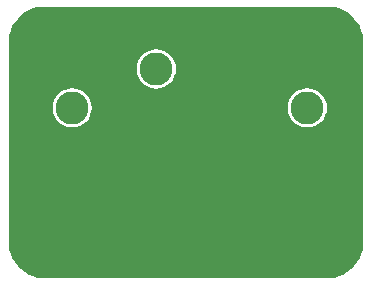
<source format=gbl>
G04*
G04 #@! TF.GenerationSoftware,Altium Limited,Altium Designer,24.1.2 (44)*
G04*
G04 Layer_Physical_Order=2*
G04 Layer_Color=16711680*
%FSLAX44Y44*%
%MOMM*%
G71*
G04*
G04 #@! TF.SameCoordinates,88338F56-DE7A-4AE7-A4E1-60EBC265CD24*
G04*
G04*
G04 #@! TF.FilePolarity,Positive*
G04*
G01*
G75*
%ADD24R,2.8000X2.8000*%
%ADD25C,2.8000*%
%ADD26R,2.8000X2.8000*%
G36*
X592095Y514221D02*
X595894Y513203D01*
X599527Y511698D01*
X602933Y509732D01*
X606053Y507338D01*
X608834Y504557D01*
X611228Y501437D01*
X613194Y498031D01*
X614699Y494398D01*
X615717Y490599D01*
X616230Y486700D01*
Y484734D01*
Y314734D01*
Y312768D01*
X615717Y308869D01*
X614699Y305070D01*
X613194Y301437D01*
X611228Y298031D01*
X608834Y294911D01*
X606053Y292130D01*
X602933Y289736D01*
X599527Y287770D01*
X595894Y286265D01*
X592095Y285247D01*
X588196Y284734D01*
X344264D01*
X340365Y285247D01*
X336566Y286265D01*
X332933Y287770D01*
X329527Y289736D01*
X326407Y292130D01*
X323626Y294911D01*
X321232Y298031D01*
X319266Y301437D01*
X317761Y305070D01*
X316743Y308869D01*
X316230Y312768D01*
Y314734D01*
Y484734D01*
Y486700D01*
X316743Y490599D01*
X317761Y494398D01*
X319266Y498031D01*
X321232Y501437D01*
X323626Y504557D01*
X326407Y507338D01*
X329527Y509732D01*
X332933Y511698D01*
X336566Y513203D01*
X340365Y514221D01*
X344264Y514734D01*
X588196D01*
X592095Y514221D01*
D02*
G37*
%LPC*%
G36*
X441062Y478495D02*
X437820Y478176D01*
X434702Y477230D01*
X431828Y475694D01*
X429310Y473627D01*
X427243Y471109D01*
X425707Y468235D01*
X424761Y465117D01*
X424442Y461875D01*
X424761Y458633D01*
X425707Y455515D01*
X427243Y452641D01*
X429310Y450123D01*
X431828Y448056D01*
X434702Y446520D01*
X437820Y445574D01*
X441062Y445255D01*
X444304Y445574D01*
X447422Y446520D01*
X450296Y448056D01*
X452814Y450123D01*
X454881Y452641D01*
X456417Y455515D01*
X457363Y458633D01*
X457682Y461875D01*
X457363Y465117D01*
X456417Y468235D01*
X454881Y471109D01*
X452814Y473627D01*
X450296Y475694D01*
X447422Y477230D01*
X444304Y478176D01*
X441062Y478495D01*
D02*
G37*
G36*
X568870Y445620D02*
X565628Y445301D01*
X562510Y444355D01*
X559637Y442819D01*
X557118Y440752D01*
X555051Y438234D01*
X553516Y435360D01*
X552570Y432242D01*
X552250Y429000D01*
X552570Y425758D01*
X553516Y422640D01*
X555051Y419766D01*
X557118Y417248D01*
X559637Y415181D01*
X562510Y413645D01*
X565628Y412699D01*
X568870Y412380D01*
X572113Y412699D01*
X575231Y413645D01*
X578104Y415181D01*
X580623Y417248D01*
X582690Y419766D01*
X584225Y422640D01*
X585171Y425758D01*
X585490Y429000D01*
X585171Y432242D01*
X584225Y435360D01*
X582690Y438234D01*
X580623Y440752D01*
X578104Y442819D01*
X575231Y444355D01*
X572113Y445301D01*
X568870Y445620D01*
D02*
G37*
G36*
X369883D02*
X366641Y445301D01*
X363523Y444355D01*
X360650Y442819D01*
X358131Y440752D01*
X356064Y438234D01*
X354529Y435360D01*
X353583Y432242D01*
X353264Y429000D01*
X353583Y425758D01*
X354529Y422640D01*
X356064Y419766D01*
X358131Y417248D01*
X360650Y415181D01*
X363523Y413645D01*
X366641Y412699D01*
X369883Y412380D01*
X373126Y412699D01*
X376244Y413645D01*
X379117Y415181D01*
X381636Y417248D01*
X383703Y419766D01*
X385238Y422640D01*
X386184Y425758D01*
X386504Y429000D01*
X386184Y432242D01*
X385238Y435360D01*
X383703Y438234D01*
X381636Y440752D01*
X379117Y442819D01*
X376244Y444355D01*
X373126Y445301D01*
X369883Y445620D01*
D02*
G37*
%LPD*%
D24*
X491062Y461875D02*
D03*
D25*
X441062D02*
D03*
X369883Y429000D02*
D03*
X568870D02*
D03*
D26*
X369883Y479000D02*
D03*
X568870D02*
D03*
M02*

</source>
